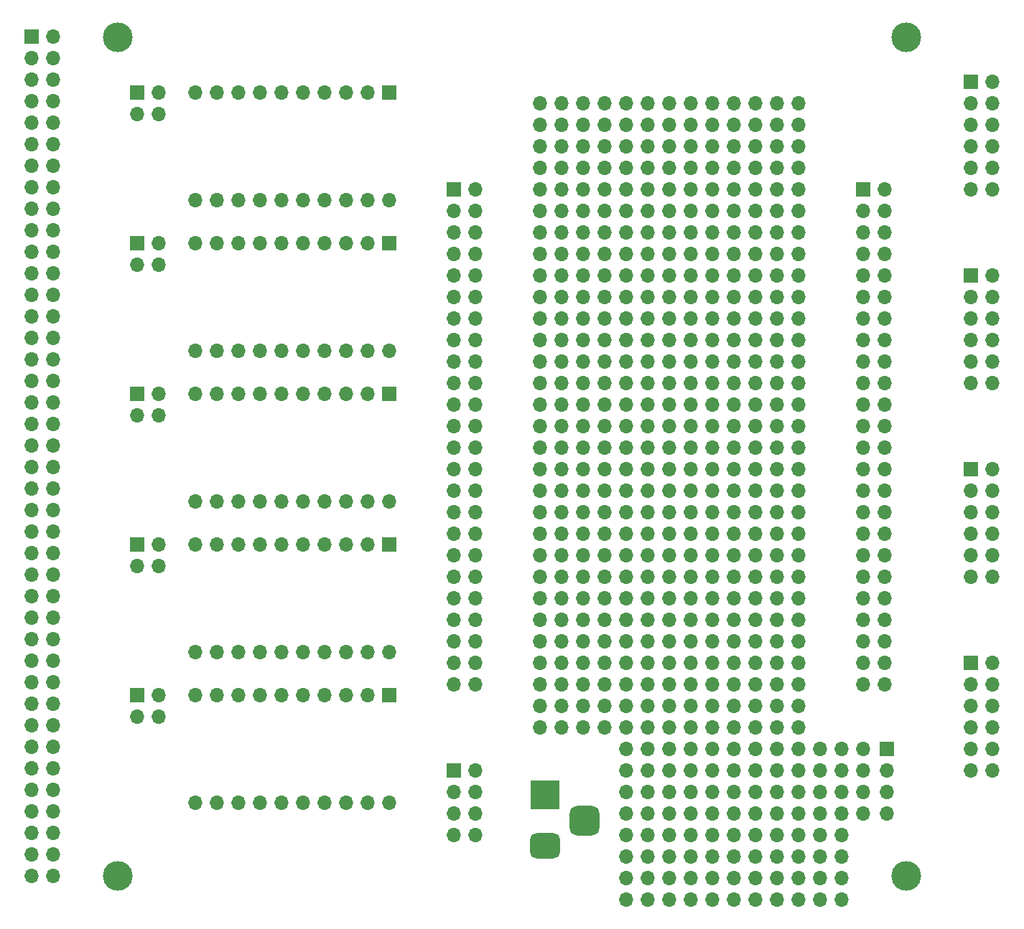
<source format=gbr>
%TF.GenerationSoftware,KiCad,Pcbnew,9.0.1-9.0.1-0~ubuntu24.04.1*%
%TF.CreationDate,2025-04-22T11:44:28+09:00*%
%TF.ProjectId,PSCE-TEST_Cyclone4_6k,50534345-2d54-4455-9354-5f4379636c6f,rev?*%
%TF.SameCoordinates,Original*%
%TF.FileFunction,Soldermask,Bot*%
%TF.FilePolarity,Negative*%
%FSLAX46Y46*%
G04 Gerber Fmt 4.6, Leading zero omitted, Abs format (unit mm)*
G04 Created by KiCad (PCBNEW 9.0.1-9.0.1-0~ubuntu24.04.1) date 2025-04-22 11:44:28*
%MOMM*%
%LPD*%
G01*
G04 APERTURE LIST*
G04 Aperture macros list*
%AMRoundRect*
0 Rectangle with rounded corners*
0 $1 Rounding radius*
0 $2 $3 $4 $5 $6 $7 $8 $9 X,Y pos of 4 corners*
0 Add a 4 corners polygon primitive as box body*
4,1,4,$2,$3,$4,$5,$6,$7,$8,$9,$2,$3,0*
0 Add four circle primitives for the rounded corners*
1,1,$1+$1,$2,$3*
1,1,$1+$1,$4,$5*
1,1,$1+$1,$6,$7*
1,1,$1+$1,$8,$9*
0 Add four rect primitives between the rounded corners*
20,1,$1+$1,$2,$3,$4,$5,0*
20,1,$1+$1,$4,$5,$6,$7,0*
20,1,$1+$1,$6,$7,$8,$9,0*
20,1,$1+$1,$8,$9,$2,$3,0*%
G04 Aperture macros list end*
%ADD10O,1.700000X1.700000*%
%ADD11R,3.500000X3.500000*%
%ADD12RoundRect,0.750000X1.000000X-0.750000X1.000000X0.750000X-1.000000X0.750000X-1.000000X-0.750000X0*%
%ADD13RoundRect,0.875000X0.875000X-0.875000X0.875000X0.875000X-0.875000X0.875000X-0.875000X-0.875000X0*%
%ADD14R,1.700000X1.700000*%
%ADD15C,3.500000*%
G04 APERTURE END LIST*
D10*
%TO.C,*%
X175260000Y-127000000D03*
%TD*%
%TO.C,*%
X162560000Y-129540000D03*
%TD*%
%TO.C,*%
X160020000Y-111760000D03*
%TD*%
%TO.C,*%
X170180000Y-104140000D03*
%TD*%
D11*
%TO.C,J13*%
X147886500Y-134970000D03*
D12*
X147886500Y-140970000D03*
D13*
X152586500Y-137970000D03*
%TD*%
D10*
%TO.C,*%
X165100000Y-76200000D03*
%TD*%
%TO.C,*%
X175260000Y-86360000D03*
%TD*%
%TO.C,*%
X177800000Y-73660000D03*
%TD*%
%TO.C,*%
X162560000Y-139700000D03*
%TD*%
%TO.C,*%
X149860000Y-71120000D03*
%TD*%
D14*
%TO.C,J12*%
X137160000Y-132080000D03*
D10*
X139700000Y-132080000D03*
X137160000Y-134620000D03*
X139700000Y-134620000D03*
X137160000Y-137160000D03*
X139700000Y-137160000D03*
X137160000Y-139700000D03*
X139700000Y-139700000D03*
%TD*%
%TO.C,*%
X149860000Y-58420000D03*
%TD*%
%TO.C,*%
X175260000Y-60960000D03*
%TD*%
%TO.C,*%
X162560000Y-99060000D03*
%TD*%
%TO.C,*%
X182880000Y-137160000D03*
%TD*%
%TO.C,*%
X175260000Y-147320000D03*
%TD*%
D14*
%TO.C,J2*%
X99822000Y-69850000D03*
D10*
X102362000Y-69850000D03*
X99822000Y-72390000D03*
X102362000Y-72390000D03*
%TD*%
%TO.C,*%
X160020000Y-81280000D03*
%TD*%
%TO.C,*%
X182880000Y-129540000D03*
%TD*%
%TO.C,*%
X170180000Y-101600000D03*
%TD*%
%TO.C,*%
X172720000Y-63500000D03*
%TD*%
%TO.C,*%
X152400000Y-104140000D03*
%TD*%
%TO.C,*%
X157480000Y-88900000D03*
%TD*%
%TO.C,*%
X175260000Y-129540000D03*
%TD*%
%TO.C,*%
X162560000Y-81280000D03*
%TD*%
%TO.C,*%
X172720000Y-76200000D03*
%TD*%
%TO.C,*%
X162560000Y-58420000D03*
%TD*%
%TO.C,*%
X152400000Y-55880000D03*
%TD*%
%TO.C,*%
X157480000Y-93980000D03*
%TD*%
%TO.C,*%
X182880000Y-142240000D03*
%TD*%
%TO.C,*%
X167640000Y-137160000D03*
%TD*%
%TO.C,*%
X154940000Y-53340000D03*
%TD*%
%TO.C,*%
X147320000Y-119380000D03*
%TD*%
%TO.C,*%
X175260000Y-137160000D03*
%TD*%
%TO.C,*%
X152400000Y-119380000D03*
%TD*%
%TO.C,*%
X160020000Y-60960000D03*
%TD*%
%TO.C,*%
X167640000Y-93980000D03*
%TD*%
%TO.C,*%
X167640000Y-68580000D03*
%TD*%
%TO.C,*%
X172720000Y-83820000D03*
%TD*%
%TO.C,*%
X160020000Y-121920000D03*
%TD*%
%TO.C,*%
X165100000Y-129540000D03*
%TD*%
%TO.C,*%
X175260000Y-78740000D03*
%TD*%
%TO.C,*%
X152400000Y-73660000D03*
%TD*%
%TO.C,*%
X162560000Y-114300000D03*
%TD*%
D14*
%TO.C,J4*%
X99822000Y-105410000D03*
D10*
X102362000Y-105410000D03*
X99822000Y-107950000D03*
X102362000Y-107950000D03*
%TD*%
%TO.C,*%
X165100000Y-104140000D03*
%TD*%
%TO.C,*%
X165100000Y-55880000D03*
%TD*%
%TO.C,*%
X175260000Y-73660000D03*
%TD*%
%TO.C,*%
X160020000Y-106680000D03*
%TD*%
%TO.C,*%
X177800000Y-111760000D03*
%TD*%
%TO.C,*%
X167640000Y-53340000D03*
%TD*%
%TO.C,*%
X175260000Y-121920000D03*
%TD*%
%TO.C,*%
X162560000Y-116840000D03*
%TD*%
%TO.C,*%
X175260000Y-58420000D03*
%TD*%
%TO.C,*%
X154940000Y-127000000D03*
%TD*%
%TO.C,*%
X172720000Y-93980000D03*
%TD*%
%TO.C,*%
X147320000Y-127000000D03*
%TD*%
%TO.C,*%
X154940000Y-109220000D03*
%TD*%
%TO.C,*%
X170180000Y-132080000D03*
%TD*%
%TO.C,*%
X149860000Y-53340000D03*
%TD*%
%TO.C,*%
X157480000Y-119380000D03*
%TD*%
%TO.C,*%
X177800000Y-144780000D03*
%TD*%
%TO.C,*%
X162560000Y-88900000D03*
%TD*%
%TO.C,*%
X180340000Y-134620000D03*
%TD*%
%TO.C,*%
X175260000Y-55880000D03*
%TD*%
%TO.C,*%
X167640000Y-121920000D03*
%TD*%
D14*
%TO.C,U1*%
X129540000Y-52045000D03*
D10*
X127000000Y-52045000D03*
X124460000Y-52045000D03*
X121920000Y-52045000D03*
X119380000Y-52045000D03*
X116840000Y-52045000D03*
X114300000Y-52045000D03*
X111760000Y-52045000D03*
X109220000Y-52045000D03*
X106680000Y-52045000D03*
X106680000Y-64745000D03*
X109220000Y-64745000D03*
X111760000Y-64745000D03*
X114300000Y-64745000D03*
X116840000Y-64745000D03*
X119380000Y-64745000D03*
X121920000Y-64745000D03*
X124460000Y-64745000D03*
X127000000Y-64745000D03*
X129540000Y-64745000D03*
%TD*%
%TO.C,*%
X165100000Y-68580000D03*
%TD*%
%TO.C,*%
X149860000Y-106680000D03*
%TD*%
%TO.C,*%
X149860000Y-88900000D03*
%TD*%
%TO.C,*%
X165100000Y-73660000D03*
%TD*%
D14*
%TO.C,U2*%
X129540000Y-69825000D03*
D10*
X127000000Y-69825000D03*
X124460000Y-69825000D03*
X121920000Y-69825000D03*
X119380000Y-69825000D03*
X116840000Y-69825000D03*
X114300000Y-69825000D03*
X111760000Y-69825000D03*
X109220000Y-69825000D03*
X106680000Y-69825000D03*
X106680000Y-82525000D03*
X109220000Y-82525000D03*
X111760000Y-82525000D03*
X114300000Y-82525000D03*
X116840000Y-82525000D03*
X119380000Y-82525000D03*
X121920000Y-82525000D03*
X124460000Y-82525000D03*
X127000000Y-82525000D03*
X129540000Y-82525000D03*
%TD*%
%TO.C,*%
X157480000Y-124460000D03*
%TD*%
%TO.C,*%
X165100000Y-119380000D03*
%TD*%
%TO.C,*%
X154940000Y-76200000D03*
%TD*%
%TO.C,*%
X162560000Y-134620000D03*
%TD*%
%TO.C,*%
X154940000Y-93980000D03*
%TD*%
%TO.C,*%
X152400000Y-81280000D03*
%TD*%
D14*
%TO.C,U5*%
X129540000Y-123165000D03*
D10*
X127000000Y-123165000D03*
X124460000Y-123165000D03*
X121920000Y-123165000D03*
X119380000Y-123165000D03*
X116840000Y-123165000D03*
X114300000Y-123165000D03*
X111760000Y-123165000D03*
X109220000Y-123165000D03*
X106680000Y-123165000D03*
X106680000Y-135865000D03*
X109220000Y-135865000D03*
X111760000Y-135865000D03*
X114300000Y-135865000D03*
X116840000Y-135865000D03*
X119380000Y-135865000D03*
X121920000Y-135865000D03*
X124460000Y-135865000D03*
X127000000Y-135865000D03*
X129540000Y-135865000D03*
%TD*%
%TO.C,*%
X175260000Y-66040000D03*
%TD*%
%TO.C,*%
X177800000Y-114300000D03*
%TD*%
%TO.C,*%
X170180000Y-66040000D03*
%TD*%
%TO.C,*%
X167640000Y-124460000D03*
%TD*%
%TO.C,*%
X170180000Y-99060000D03*
%TD*%
%TO.C,*%
X152400000Y-68580000D03*
%TD*%
%TO.C,*%
X149860000Y-66040000D03*
%TD*%
%TO.C,*%
X152400000Y-88900000D03*
%TD*%
%TO.C,*%
X154940000Y-116840000D03*
%TD*%
%TO.C,*%
X160020000Y-71120000D03*
%TD*%
%TO.C,*%
X160020000Y-116840000D03*
%TD*%
%TO.C,*%
X160020000Y-88900000D03*
%TD*%
%TO.C,*%
X152400000Y-60960000D03*
%TD*%
%TO.C,*%
X157480000Y-71120000D03*
%TD*%
%TO.C,*%
X160020000Y-101600000D03*
%TD*%
%TO.C,*%
X157480000Y-101600000D03*
%TD*%
%TO.C,*%
X172720000Y-81280000D03*
%TD*%
%TO.C,*%
X160020000Y-55880000D03*
%TD*%
%TO.C,*%
X167640000Y-78740000D03*
%TD*%
%TO.C,*%
X185420000Y-132080000D03*
%TD*%
%TO.C,*%
X182880000Y-139700000D03*
%TD*%
%TO.C,*%
X149860000Y-60960000D03*
%TD*%
%TO.C,*%
X162560000Y-63500000D03*
%TD*%
%TO.C,*%
X177800000Y-76200000D03*
%TD*%
%TO.C,*%
X165100000Y-114300000D03*
%TD*%
%TO.C,*%
X165100000Y-124460000D03*
%TD*%
%TO.C,*%
X180340000Y-144780000D03*
%TD*%
%TO.C,*%
X180340000Y-142240000D03*
%TD*%
%TO.C,*%
X165100000Y-53340000D03*
%TD*%
%TO.C,*%
X152400000Y-124460000D03*
%TD*%
%TO.C,*%
X170180000Y-137160000D03*
%TD*%
%TO.C,*%
X147320000Y-93980000D03*
%TD*%
%TO.C,*%
X175260000Y-114300000D03*
%TD*%
%TO.C,*%
X167640000Y-55880000D03*
%TD*%
%TO.C,*%
X177800000Y-93980000D03*
%TD*%
%TO.C,*%
X172720000Y-86360000D03*
%TD*%
%TO.C,*%
X157480000Y-111760000D03*
%TD*%
%TO.C,*%
X177800000Y-116840000D03*
%TD*%
%TO.C,*%
X165100000Y-91440000D03*
%TD*%
%TO.C,*%
X177800000Y-121920000D03*
%TD*%
%TO.C,*%
X170180000Y-53340000D03*
%TD*%
%TO.C,*%
X157480000Y-96520000D03*
%TD*%
%TO.C,*%
X162560000Y-101600000D03*
%TD*%
%TO.C,*%
X160020000Y-93980000D03*
%TD*%
%TO.C,*%
X149860000Y-96520000D03*
%TD*%
%TO.C,*%
X167640000Y-58420000D03*
%TD*%
%TO.C,*%
X175260000Y-139700000D03*
%TD*%
%TO.C,*%
X147320000Y-78740000D03*
%TD*%
%TO.C,*%
X165100000Y-139700000D03*
%TD*%
%TO.C,*%
X162560000Y-127000000D03*
%TD*%
%TO.C,*%
X177800000Y-104140000D03*
%TD*%
%TO.C,*%
X162560000Y-83820000D03*
%TD*%
%TO.C,*%
X149860000Y-99060000D03*
%TD*%
%TO.C,*%
X162560000Y-53340000D03*
%TD*%
%TO.C,*%
X185420000Y-129540000D03*
%TD*%
%TO.C,*%
X157480000Y-58420000D03*
%TD*%
%TO.C,*%
X149860000Y-55880000D03*
%TD*%
%TO.C,*%
X170180000Y-68580000D03*
%TD*%
%TO.C,*%
X172720000Y-137160000D03*
%TD*%
%TO.C,*%
X154940000Y-106680000D03*
%TD*%
%TO.C,*%
X172720000Y-53340000D03*
%TD*%
%TO.C,*%
X147320000Y-109220000D03*
%TD*%
%TO.C,*%
X177800000Y-129540000D03*
%TD*%
%TO.C,*%
X170180000Y-76200000D03*
%TD*%
%TO.C,*%
X167640000Y-66040000D03*
%TD*%
%TO.C,*%
X170180000Y-73660000D03*
%TD*%
%TO.C,*%
X170180000Y-86360000D03*
%TD*%
%TO.C,*%
X175260000Y-101600000D03*
%TD*%
%TO.C,*%
X149860000Y-76200000D03*
%TD*%
%TO.C,*%
X147320000Y-63500000D03*
%TD*%
%TO.C,*%
X147320000Y-73660000D03*
%TD*%
%TO.C,*%
X175260000Y-144780000D03*
%TD*%
%TO.C,*%
X165100000Y-86360000D03*
%TD*%
%TO.C,*%
X160020000Y-137160000D03*
%TD*%
%TO.C,*%
X160020000Y-63500000D03*
%TD*%
%TO.C,*%
X165100000Y-142240000D03*
%TD*%
%TO.C,*%
X162560000Y-73660000D03*
%TD*%
%TO.C,*%
X160020000Y-132080000D03*
%TD*%
%TO.C,*%
X157480000Y-144780000D03*
%TD*%
%TO.C,*%
X160020000Y-68580000D03*
%TD*%
%TO.C,*%
X170180000Y-127000000D03*
%TD*%
%TO.C,*%
X160020000Y-139700000D03*
%TD*%
%TO.C,*%
X152400000Y-58420000D03*
%TD*%
%TO.C,*%
X177800000Y-60960000D03*
%TD*%
%TO.C,*%
X157480000Y-68580000D03*
%TD*%
%TO.C,*%
X177800000Y-53340000D03*
%TD*%
%TO.C,*%
X180340000Y-147320000D03*
%TD*%
%TO.C,*%
X152400000Y-109220000D03*
%TD*%
%TO.C,*%
X152400000Y-101600000D03*
%TD*%
%TO.C,*%
X147320000Y-101600000D03*
%TD*%
%TO.C,*%
X157480000Y-66040000D03*
%TD*%
%TO.C,*%
X180340000Y-132080000D03*
%TD*%
%TO.C,*%
X147320000Y-55880000D03*
%TD*%
%TO.C,*%
X175260000Y-91440000D03*
%TD*%
%TO.C,*%
X177800000Y-58420000D03*
%TD*%
%TO.C,*%
X175260000Y-134620000D03*
%TD*%
%TO.C,*%
X167640000Y-134620000D03*
%TD*%
%TO.C,*%
X167640000Y-96520000D03*
%TD*%
%TO.C,*%
X170180000Y-124460000D03*
%TD*%
%TO.C,*%
X170180000Y-114300000D03*
%TD*%
%TO.C,*%
X147320000Y-68580000D03*
%TD*%
%TO.C,*%
X154940000Y-78740000D03*
%TD*%
%TO.C,*%
X172720000Y-109220000D03*
%TD*%
%TO.C,*%
X147320000Y-121920000D03*
%TD*%
%TO.C,*%
X177800000Y-96520000D03*
%TD*%
%TO.C,*%
X175260000Y-81280000D03*
%TD*%
%TO.C,*%
X160020000Y-76200000D03*
%TD*%
%TO.C,*%
X165100000Y-81280000D03*
%TD*%
%TO.C,*%
X165100000Y-121920000D03*
%TD*%
%TO.C,*%
X154940000Y-66040000D03*
%TD*%
%TO.C,*%
X147320000Y-96520000D03*
%TD*%
%TO.C,*%
X175260000Y-76200000D03*
%TD*%
%TO.C,*%
X167640000Y-147320000D03*
%TD*%
%TO.C,*%
X149860000Y-121920000D03*
%TD*%
%TO.C,*%
X157480000Y-78740000D03*
%TD*%
%TO.C,*%
X152400000Y-121920000D03*
%TD*%
%TO.C,*%
X177800000Y-68580000D03*
%TD*%
%TO.C,*%
X175260000Y-116840000D03*
%TD*%
%TO.C,*%
X170180000Y-63500000D03*
%TD*%
%TO.C,*%
X157480000Y-109220000D03*
%TD*%
%TO.C,*%
X160020000Y-73660000D03*
%TD*%
%TO.C,*%
X175260000Y-68580000D03*
%TD*%
%TO.C,*%
X170180000Y-96520000D03*
%TD*%
%TO.C,*%
X149860000Y-116840000D03*
%TD*%
%TO.C,*%
X177800000Y-99060000D03*
%TD*%
%TO.C,*%
X152400000Y-76200000D03*
%TD*%
%TO.C,*%
X175260000Y-142240000D03*
%TD*%
%TO.C,*%
X149860000Y-83820000D03*
%TD*%
D14*
%TO.C,JA1*%
X198120000Y-50800000D03*
D10*
X200660000Y-50800000D03*
X198120000Y-53340000D03*
X200660000Y-53340000D03*
X198120000Y-55880000D03*
X200660000Y-55880000D03*
X198120000Y-58420000D03*
X200660000Y-58420000D03*
X198120000Y-60960000D03*
X200660000Y-60960000D03*
X198120000Y-63500000D03*
X200660000Y-63500000D03*
%TD*%
%TO.C,*%
X177800000Y-139700000D03*
%TD*%
%TO.C,*%
X152400000Y-53340000D03*
%TD*%
%TO.C,*%
X167640000Y-106680000D03*
%TD*%
%TO.C,*%
X149860000Y-101600000D03*
%TD*%
%TO.C,*%
X170180000Y-121920000D03*
%TD*%
%TO.C,*%
X165100000Y-101600000D03*
%TD*%
%TO.C,*%
X177800000Y-91440000D03*
%TD*%
%TO.C,*%
X172720000Y-88900000D03*
%TD*%
%TO.C,*%
X185420000Y-137160000D03*
%TD*%
%TO.C,*%
X154940000Y-58420000D03*
%TD*%
%TO.C,*%
X160020000Y-127000000D03*
%TD*%
%TO.C,*%
X162560000Y-119380000D03*
%TD*%
%TO.C,*%
X165100000Y-66040000D03*
%TD*%
%TO.C,*%
X157480000Y-55880000D03*
%TD*%
%TO.C,*%
X167640000Y-71120000D03*
%TD*%
%TO.C,*%
X165100000Y-147320000D03*
%TD*%
%TO.C,*%
X177800000Y-142240000D03*
%TD*%
%TO.C,*%
X160020000Y-142240000D03*
%TD*%
%TO.C,*%
X147320000Y-91440000D03*
%TD*%
D14*
%TO.C,J8*%
X185420000Y-63500000D03*
D10*
X187960000Y-63500000D03*
X185420000Y-66040000D03*
X187960000Y-66040000D03*
X185420000Y-68580000D03*
X187960000Y-68580000D03*
X185420000Y-71120000D03*
X187960000Y-71120000D03*
X185420000Y-73660000D03*
X187960000Y-73660000D03*
X185420000Y-76200000D03*
X187960000Y-76200000D03*
X185420000Y-78740000D03*
X187960000Y-78740000D03*
X185420000Y-81280000D03*
X187960000Y-81280000D03*
X185420000Y-83820000D03*
X187960000Y-83820000D03*
X185420000Y-86360000D03*
X187960000Y-86360000D03*
X185420000Y-88900000D03*
X187960000Y-88900000D03*
X185420000Y-91440000D03*
X187960000Y-91440000D03*
X185420000Y-93980000D03*
X187960000Y-93980000D03*
X185420000Y-96520000D03*
X187960000Y-96520000D03*
X185420000Y-99060000D03*
X187960000Y-99060000D03*
X185420000Y-101600000D03*
X187960000Y-101600000D03*
X185420000Y-104140000D03*
X187960000Y-104140000D03*
X185420000Y-106680000D03*
X187960000Y-106680000D03*
X185420000Y-109220000D03*
X187960000Y-109220000D03*
X185420000Y-111760000D03*
X187960000Y-111760000D03*
X185420000Y-114300000D03*
X187960000Y-114300000D03*
X185420000Y-116840000D03*
X187960000Y-116840000D03*
X185420000Y-119380000D03*
X187960000Y-119380000D03*
X185420000Y-121920000D03*
X187960000Y-121920000D03*
%TD*%
%TO.C,*%
X154940000Y-86360000D03*
%TD*%
%TO.C,*%
X175260000Y-93980000D03*
%TD*%
%TO.C,*%
X172720000Y-71120000D03*
%TD*%
%TO.C,*%
X152400000Y-106680000D03*
%TD*%
%TO.C,*%
X177800000Y-71120000D03*
%TD*%
%TO.C,*%
X157480000Y-121920000D03*
%TD*%
%TO.C,*%
X152400000Y-99060000D03*
%TD*%
%TO.C,*%
X172720000Y-111760000D03*
%TD*%
%TO.C,*%
X154940000Y-104140000D03*
%TD*%
%TO.C,*%
X160020000Y-99060000D03*
%TD*%
%TO.C,*%
X154940000Y-68580000D03*
%TD*%
%TO.C,*%
X177800000Y-81280000D03*
%TD*%
%TO.C,*%
X165100000Y-127000000D03*
%TD*%
%TO.C,*%
X160020000Y-114300000D03*
%TD*%
%TO.C,*%
X152400000Y-78740000D03*
%TD*%
%TO.C,*%
X172720000Y-116840000D03*
%TD*%
%TO.C,*%
X157480000Y-142240000D03*
%TD*%
%TO.C,*%
X154940000Y-101600000D03*
%TD*%
%TO.C,*%
X154940000Y-124460000D03*
%TD*%
%TO.C,*%
X160020000Y-83820000D03*
%TD*%
%TO.C,*%
X162560000Y-144780000D03*
%TD*%
%TO.C,*%
X170180000Y-71120000D03*
%TD*%
%TO.C,*%
X165100000Y-109220000D03*
%TD*%
%TO.C,*%
X175260000Y-53340000D03*
%TD*%
%TO.C,*%
X170180000Y-81280000D03*
%TD*%
%TO.C,*%
X160020000Y-119380000D03*
%TD*%
%TO.C,*%
X162560000Y-147320000D03*
%TD*%
%TO.C,*%
X147320000Y-83820000D03*
%TD*%
D14*
%TO.C,U4*%
X129540000Y-105385000D03*
D10*
X127000000Y-105385000D03*
X124460000Y-105385000D03*
X121920000Y-105385000D03*
X119380000Y-105385000D03*
X116840000Y-105385000D03*
X114300000Y-105385000D03*
X111760000Y-105385000D03*
X109220000Y-105385000D03*
X106680000Y-105385000D03*
X106680000Y-118085000D03*
X109220000Y-118085000D03*
X111760000Y-118085000D03*
X114300000Y-118085000D03*
X116840000Y-118085000D03*
X119380000Y-118085000D03*
X121920000Y-118085000D03*
X124460000Y-118085000D03*
X127000000Y-118085000D03*
X129540000Y-118085000D03*
%TD*%
%TO.C,*%
X154940000Y-111760000D03*
%TD*%
%TO.C,*%
X149860000Y-63500000D03*
%TD*%
%TO.C,*%
X157480000Y-134620000D03*
%TD*%
%TO.C,*%
X165100000Y-106680000D03*
%TD*%
%TO.C,*%
X160020000Y-86360000D03*
%TD*%
%TO.C,*%
X167640000Y-116840000D03*
%TD*%
%TO.C,*%
X165100000Y-116840000D03*
%TD*%
%TO.C,*%
X162560000Y-60960000D03*
%TD*%
%TO.C,*%
X162560000Y-76200000D03*
%TD*%
D14*
%TO.C,J1*%
X99822000Y-52070000D03*
D10*
X102362000Y-52070000D03*
X99822000Y-54610000D03*
X102362000Y-54610000D03*
%TD*%
%TO.C,*%
X172720000Y-91440000D03*
%TD*%
%TO.C,*%
X149860000Y-81280000D03*
%TD*%
%TO.C,*%
X170180000Y-144780000D03*
%TD*%
%TO.C,*%
X147320000Y-106680000D03*
%TD*%
%TO.C,*%
X160020000Y-91440000D03*
%TD*%
D14*
%TO.C,J10*%
X188214000Y-129540000D03*
D10*
X188214000Y-132080000D03*
X188214000Y-134620000D03*
X188214000Y-137160000D03*
%TD*%
%TO.C,*%
X170180000Y-109220000D03*
%TD*%
%TO.C,*%
X160020000Y-96520000D03*
%TD*%
%TO.C,*%
X149860000Y-91440000D03*
%TD*%
%TO.C,*%
X172720000Y-119380000D03*
%TD*%
%TO.C,*%
X162560000Y-106680000D03*
%TD*%
%TO.C,*%
X172720000Y-134620000D03*
%TD*%
%TO.C,*%
X172720000Y-139700000D03*
%TD*%
%TO.C,*%
X160020000Y-109220000D03*
%TD*%
%TO.C,*%
X172720000Y-101600000D03*
%TD*%
%TO.C,*%
X154940000Y-88900000D03*
%TD*%
%TO.C,*%
X157480000Y-132080000D03*
%TD*%
%TO.C,*%
X162560000Y-66040000D03*
%TD*%
%TO.C,*%
X162560000Y-111760000D03*
%TD*%
%TO.C,*%
X154940000Y-55880000D03*
%TD*%
%TO.C,*%
X157480000Y-99060000D03*
%TD*%
%TO.C,*%
X162560000Y-86360000D03*
%TD*%
%TO.C,*%
X157480000Y-114300000D03*
%TD*%
%TO.C,*%
X154940000Y-63500000D03*
%TD*%
%TO.C,*%
X157480000Y-63500000D03*
%TD*%
%TO.C,*%
X149860000Y-93980000D03*
%TD*%
%TO.C,*%
X170180000Y-58420000D03*
%TD*%
%TO.C,*%
X162560000Y-142240000D03*
%TD*%
%TO.C,*%
X172720000Y-78740000D03*
%TD*%
%TO.C,*%
X177800000Y-55880000D03*
%TD*%
%TO.C,*%
X167640000Y-104140000D03*
%TD*%
%TO.C,*%
X165100000Y-88900000D03*
%TD*%
%TO.C,*%
X175260000Y-63500000D03*
%TD*%
D14*
%TO.C,JC1*%
X198120000Y-96520000D03*
D10*
X200660000Y-96520000D03*
X198120000Y-99060000D03*
X200660000Y-99060000D03*
X198120000Y-101600000D03*
X200660000Y-101600000D03*
X198120000Y-104140000D03*
X200660000Y-104140000D03*
X198120000Y-106680000D03*
X200660000Y-106680000D03*
X198120000Y-109220000D03*
X200660000Y-109220000D03*
%TD*%
%TO.C,*%
X170180000Y-119380000D03*
%TD*%
%TO.C,*%
X157480000Y-127000000D03*
%TD*%
%TO.C,*%
X177800000Y-132080000D03*
%TD*%
%TO.C,*%
X162560000Y-55880000D03*
%TD*%
%TO.C,*%
X152400000Y-91440000D03*
%TD*%
%TO.C,*%
X180340000Y-137160000D03*
%TD*%
%TO.C,*%
X170180000Y-147320000D03*
%TD*%
%TO.C,*%
X154940000Y-91440000D03*
%TD*%
%TO.C,*%
X167640000Y-99060000D03*
%TD*%
%TO.C,*%
X177800000Y-119380000D03*
%TD*%
%TO.C,*%
X147320000Y-58420000D03*
%TD*%
%TO.C,*%
X177800000Y-83820000D03*
%TD*%
%TO.C,*%
X162560000Y-91440000D03*
%TD*%
%TO.C,*%
X154940000Y-81280000D03*
%TD*%
%TO.C,*%
X149860000Y-111760000D03*
%TD*%
%TO.C,*%
X162560000Y-137160000D03*
%TD*%
%TO.C,*%
X157480000Y-139700000D03*
%TD*%
%TO.C,*%
X149860000Y-124460000D03*
%TD*%
%TO.C,*%
X154940000Y-83820000D03*
%TD*%
%TO.C,*%
X160020000Y-144780000D03*
%TD*%
%TO.C,*%
X165100000Y-60960000D03*
%TD*%
%TO.C,*%
X147320000Y-53340000D03*
%TD*%
%TO.C,*%
X182880000Y-144780000D03*
%TD*%
%TO.C,*%
X167640000Y-109220000D03*
%TD*%
%TO.C,*%
X167640000Y-129540000D03*
%TD*%
D14*
%TO.C,J3*%
X99822000Y-87630000D03*
D10*
X102362000Y-87630000D03*
X99822000Y-90170000D03*
X102362000Y-90170000D03*
%TD*%
%TO.C,*%
X175260000Y-111760000D03*
%TD*%
%TO.C,*%
X172720000Y-142240000D03*
%TD*%
%TO.C,*%
X152400000Y-96520000D03*
%TD*%
%TO.C,*%
X160020000Y-66040000D03*
%TD*%
%TO.C,*%
X175260000Y-119380000D03*
%TD*%
%TO.C,*%
X177800000Y-134620000D03*
%TD*%
%TO.C,*%
X180340000Y-139700000D03*
%TD*%
%TO.C,*%
X185420000Y-134620000D03*
%TD*%
%TO.C,*%
X175260000Y-83820000D03*
%TD*%
%TO.C,*%
X177800000Y-63500000D03*
%TD*%
%TO.C,*%
X160020000Y-104140000D03*
%TD*%
%TO.C,*%
X172720000Y-147320000D03*
%TD*%
D14*
%TO.C,JD1*%
X198120000Y-119380000D03*
D10*
X200660000Y-119380000D03*
X198120000Y-121920000D03*
X200660000Y-121920000D03*
X198120000Y-124460000D03*
X200660000Y-124460000D03*
X198120000Y-127000000D03*
X200660000Y-127000000D03*
X198120000Y-129540000D03*
X200660000Y-129540000D03*
X198120000Y-132080000D03*
X200660000Y-132080000D03*
%TD*%
%TO.C,*%
X172720000Y-60960000D03*
%TD*%
%TO.C,*%
X162560000Y-124460000D03*
%TD*%
%TO.C,*%
X149860000Y-104140000D03*
%TD*%
%TO.C,*%
X165100000Y-71120000D03*
%TD*%
%TO.C,*%
X172720000Y-127000000D03*
%TD*%
%TO.C,*%
X172720000Y-96520000D03*
%TD*%
%TO.C,*%
X154940000Y-119380000D03*
%TD*%
%TO.C,*%
X172720000Y-68580000D03*
%TD*%
%TO.C,*%
X149860000Y-78740000D03*
%TD*%
%TO.C,*%
X170180000Y-134620000D03*
%TD*%
%TO.C,*%
X147320000Y-86360000D03*
%TD*%
%TO.C,*%
X167640000Y-142240000D03*
%TD*%
%TO.C,*%
X157480000Y-53340000D03*
%TD*%
%TO.C,*%
X147320000Y-88900000D03*
%TD*%
%TO.C,*%
X167640000Y-88900000D03*
%TD*%
%TO.C,*%
X167640000Y-139700000D03*
%TD*%
%TO.C,*%
X157480000Y-106680000D03*
%TD*%
%TO.C,*%
X162560000Y-78740000D03*
%TD*%
%TO.C,*%
X172720000Y-114300000D03*
%TD*%
%TO.C,*%
X157480000Y-147320000D03*
%TD*%
%TO.C,*%
X157480000Y-116840000D03*
%TD*%
%TO.C,*%
X175260000Y-88900000D03*
%TD*%
%TO.C,*%
X157480000Y-76200000D03*
%TD*%
%TO.C,*%
X149860000Y-114300000D03*
%TD*%
%TO.C,*%
X172720000Y-73660000D03*
%TD*%
D14*
%TO.C,U3*%
X129540000Y-87605000D03*
D10*
X127000000Y-87605000D03*
X124460000Y-87605000D03*
X121920000Y-87605000D03*
X119380000Y-87605000D03*
X116840000Y-87605000D03*
X114300000Y-87605000D03*
X111760000Y-87605000D03*
X109220000Y-87605000D03*
X106680000Y-87605000D03*
X106680000Y-100305000D03*
X109220000Y-100305000D03*
X111760000Y-100305000D03*
X114300000Y-100305000D03*
X116840000Y-100305000D03*
X119380000Y-100305000D03*
X121920000Y-100305000D03*
X124460000Y-100305000D03*
X127000000Y-100305000D03*
X129540000Y-100305000D03*
%TD*%
%TO.C,*%
X172720000Y-132080000D03*
%TD*%
%TO.C,*%
X177800000Y-127000000D03*
%TD*%
%TO.C,*%
X160020000Y-58420000D03*
%TD*%
%TO.C,*%
X149860000Y-109220000D03*
%TD*%
%TO.C,*%
X170180000Y-106680000D03*
%TD*%
%TO.C,*%
X177800000Y-137160000D03*
%TD*%
%TO.C,*%
X170180000Y-88900000D03*
%TD*%
%TO.C,*%
X167640000Y-127000000D03*
%TD*%
%TO.C,*%
X182880000Y-134620000D03*
%TD*%
%TO.C,*%
X175260000Y-132080000D03*
%TD*%
%TO.C,*%
X175260000Y-124460000D03*
%TD*%
%TO.C,*%
X162560000Y-121920000D03*
%TD*%
%TO.C,*%
X149860000Y-127000000D03*
%TD*%
%TO.C,*%
X162560000Y-71120000D03*
%TD*%
%TO.C,*%
X147320000Y-124460000D03*
%TD*%
%TO.C,*%
X157480000Y-91440000D03*
%TD*%
%TO.C,*%
X147320000Y-76200000D03*
%TD*%
%TO.C,*%
X167640000Y-76200000D03*
%TD*%
%TO.C,*%
X152400000Y-93980000D03*
%TD*%
%TO.C,*%
X147320000Y-60960000D03*
%TD*%
%TO.C,*%
X152400000Y-63500000D03*
%TD*%
%TO.C,*%
X170180000Y-55880000D03*
%TD*%
%TO.C,*%
X154940000Y-121920000D03*
%TD*%
%TO.C,*%
X157480000Y-129540000D03*
%TD*%
%TO.C,*%
X165100000Y-83820000D03*
%TD*%
%TO.C,*%
X170180000Y-60960000D03*
%TD*%
%TO.C,*%
X170180000Y-78740000D03*
%TD*%
%TO.C,*%
X152400000Y-127000000D03*
%TD*%
%TO.C,*%
X172720000Y-58420000D03*
%TD*%
%TO.C,*%
X172720000Y-55880000D03*
%TD*%
%TO.C,*%
X165100000Y-137160000D03*
%TD*%
%TO.C,*%
X162560000Y-104140000D03*
%TD*%
%TO.C,*%
X175260000Y-96520000D03*
%TD*%
%TO.C,*%
X177800000Y-124460000D03*
%TD*%
%TO.C,*%
X167640000Y-111760000D03*
%TD*%
%TO.C,*%
X167640000Y-73660000D03*
%TD*%
%TO.C,*%
X165100000Y-99060000D03*
%TD*%
%TO.C,*%
X177800000Y-109220000D03*
%TD*%
%TO.C,*%
X170180000Y-139700000D03*
%TD*%
%TO.C,*%
X165100000Y-63500000D03*
%TD*%
%TO.C,*%
X175260000Y-109220000D03*
%TD*%
%TO.C,*%
X147320000Y-111760000D03*
%TD*%
%TO.C,*%
X177800000Y-78740000D03*
%TD*%
%TO.C,*%
X172720000Y-99060000D03*
%TD*%
%TO.C,*%
X154940000Y-114300000D03*
%TD*%
%TO.C,*%
X147320000Y-99060000D03*
%TD*%
%TO.C,*%
X160020000Y-78740000D03*
%TD*%
%TO.C,*%
X172720000Y-106680000D03*
%TD*%
%TO.C,*%
X157480000Y-137160000D03*
%TD*%
%TO.C,*%
X170180000Y-93980000D03*
%TD*%
%TO.C,*%
X157480000Y-86360000D03*
%TD*%
%TO.C,*%
X172720000Y-144780000D03*
%TD*%
%TO.C,*%
X162560000Y-68580000D03*
%TD*%
%TO.C,*%
X154940000Y-71120000D03*
%TD*%
%TO.C,*%
X177800000Y-147320000D03*
%TD*%
D14*
%TO.C,J5*%
X99822000Y-123190000D03*
D10*
X102362000Y-123190000D03*
X99822000Y-125730000D03*
X102362000Y-125730000D03*
%TD*%
%TO.C,*%
X167640000Y-83820000D03*
%TD*%
%TO.C,*%
X170180000Y-142240000D03*
%TD*%
%TO.C,*%
X160020000Y-134620000D03*
%TD*%
%TO.C,*%
X172720000Y-129540000D03*
%TD*%
%TO.C,*%
X152400000Y-111760000D03*
%TD*%
%TO.C,*%
X167640000Y-86360000D03*
%TD*%
%TO.C,*%
X175260000Y-104140000D03*
%TD*%
%TO.C,*%
X165100000Y-78740000D03*
%TD*%
%TO.C,*%
X165100000Y-144780000D03*
%TD*%
%TO.C,*%
X149860000Y-119380000D03*
%TD*%
%TO.C,*%
X165100000Y-96520000D03*
%TD*%
%TO.C,*%
X177800000Y-86360000D03*
%TD*%
%TO.C,*%
X152400000Y-83820000D03*
%TD*%
%TO.C,*%
X165100000Y-93980000D03*
%TD*%
%TO.C,*%
X170180000Y-116840000D03*
%TD*%
%TO.C,*%
X165100000Y-58420000D03*
%TD*%
%TO.C,*%
X177800000Y-101600000D03*
%TD*%
%TO.C,*%
X154940000Y-60960000D03*
%TD*%
%TO.C,*%
X170180000Y-111760000D03*
%TD*%
%TO.C,*%
X180340000Y-129540000D03*
%TD*%
%TO.C,*%
X157480000Y-60960000D03*
%TD*%
%TO.C,*%
X175260000Y-106680000D03*
%TD*%
%TO.C,*%
X149860000Y-73660000D03*
%TD*%
%TO.C,*%
X167640000Y-114300000D03*
%TD*%
%TO.C,*%
X165100000Y-132080000D03*
%TD*%
%TO.C,*%
X167640000Y-60960000D03*
%TD*%
%TO.C,*%
X157480000Y-104140000D03*
%TD*%
D15*
%TO.C,H3*%
X97500000Y-144500000D03*
%TD*%
D10*
%TO.C,*%
X165100000Y-134620000D03*
%TD*%
%TO.C,*%
X152400000Y-114300000D03*
%TD*%
%TO.C,*%
X152400000Y-116840000D03*
%TD*%
D15*
%TO.C,H4*%
X190500000Y-144500000D03*
%TD*%
D14*
%TO.C,JB1*%
X198120000Y-73660000D03*
D10*
X200660000Y-73660000D03*
X198120000Y-76200000D03*
X200660000Y-76200000D03*
X198120000Y-78740000D03*
X200660000Y-78740000D03*
X198120000Y-81280000D03*
X200660000Y-81280000D03*
X198120000Y-83820000D03*
X200660000Y-83820000D03*
X198120000Y-86360000D03*
X200660000Y-86360000D03*
%TD*%
%TO.C,*%
X167640000Y-101600000D03*
%TD*%
%TO.C,*%
X152400000Y-66040000D03*
%TD*%
%TO.C,*%
X162560000Y-96520000D03*
%TD*%
%TO.C,*%
X170180000Y-83820000D03*
%TD*%
%TO.C,*%
X160020000Y-129540000D03*
%TD*%
%TO.C,*%
X154940000Y-96520000D03*
%TD*%
%TO.C,*%
X147320000Y-71120000D03*
%TD*%
%TO.C,*%
X162560000Y-132080000D03*
%TD*%
D15*
%TO.C,H2*%
X190500000Y-45500000D03*
%TD*%
D10*
%TO.C,*%
X147320000Y-81280000D03*
%TD*%
%TO.C,*%
X182880000Y-132080000D03*
%TD*%
%TO.C,*%
X165100000Y-111760000D03*
%TD*%
%TO.C,*%
X177800000Y-106680000D03*
%TD*%
%TO.C,*%
X160020000Y-147320000D03*
%TD*%
%TO.C,*%
X172720000Y-124460000D03*
%TD*%
%TO.C,*%
X167640000Y-144780000D03*
%TD*%
%TO.C,*%
X157480000Y-81280000D03*
%TD*%
D14*
%TO.C,J9*%
X137160000Y-63500000D03*
D10*
X139700000Y-63500000D03*
X137160000Y-66040000D03*
X139700000Y-66040000D03*
X137160000Y-68580000D03*
X139700000Y-68580000D03*
X137160000Y-71120000D03*
X139700000Y-71120000D03*
X137160000Y-73660000D03*
X139700000Y-73660000D03*
X137160000Y-76200000D03*
X139700000Y-76200000D03*
X137160000Y-78740000D03*
X139700000Y-78740000D03*
X137160000Y-81280000D03*
X139700000Y-81280000D03*
X137160000Y-83820000D03*
X139700000Y-83820000D03*
X137160000Y-86360000D03*
X139700000Y-86360000D03*
X137160000Y-88900000D03*
X139700000Y-88900000D03*
X137160000Y-91440000D03*
X139700000Y-91440000D03*
X137160000Y-93980000D03*
X139700000Y-93980000D03*
X137160000Y-96520000D03*
X139700000Y-96520000D03*
X137160000Y-99060000D03*
X139700000Y-99060000D03*
X137160000Y-101600000D03*
X139700000Y-101600000D03*
X137160000Y-104140000D03*
X139700000Y-104140000D03*
X137160000Y-106680000D03*
X139700000Y-106680000D03*
X137160000Y-109220000D03*
X139700000Y-109220000D03*
X137160000Y-111760000D03*
X139700000Y-111760000D03*
X137160000Y-114300000D03*
X139700000Y-114300000D03*
X137160000Y-116840000D03*
X139700000Y-116840000D03*
X137160000Y-119380000D03*
X139700000Y-119380000D03*
X137160000Y-121920000D03*
X139700000Y-121920000D03*
%TD*%
%TO.C,*%
X175260000Y-71120000D03*
%TD*%
%TO.C,*%
X167640000Y-119380000D03*
%TD*%
%TO.C,*%
X157480000Y-83820000D03*
%TD*%
%TO.C,*%
X152400000Y-71120000D03*
%TD*%
%TO.C,*%
X172720000Y-66040000D03*
%TD*%
%TO.C,*%
X154940000Y-99060000D03*
%TD*%
%TO.C,*%
X147320000Y-114300000D03*
%TD*%
%TO.C,*%
X177800000Y-66040000D03*
%TD*%
%TO.C,*%
X162560000Y-93980000D03*
%TD*%
%TO.C,*%
X160020000Y-53340000D03*
%TD*%
%TO.C,*%
X172720000Y-121920000D03*
%TD*%
%TO.C,*%
X157480000Y-73660000D03*
%TD*%
%TO.C,*%
X175260000Y-99060000D03*
%TD*%
D15*
%TO.C,H1*%
X97500000Y-45500000D03*
%TD*%
D10*
%TO.C,*%
X177800000Y-88900000D03*
%TD*%
%TO.C,*%
X167640000Y-81280000D03*
%TD*%
%TO.C,*%
X149860000Y-68580000D03*
%TD*%
%TO.C,*%
X152400000Y-86360000D03*
%TD*%
%TO.C,*%
X170180000Y-129540000D03*
%TD*%
%TO.C,*%
X170180000Y-91440000D03*
%TD*%
%TO.C,*%
X172720000Y-104140000D03*
%TD*%
%TO.C,*%
X167640000Y-91440000D03*
%TD*%
%TO.C,*%
X182880000Y-147320000D03*
%TD*%
%TO.C,*%
X149860000Y-86360000D03*
%TD*%
%TO.C,*%
X147320000Y-116840000D03*
%TD*%
%TO.C,*%
X147320000Y-104140000D03*
%TD*%
D14*
%TO.C,J6*%
X87376000Y-45466000D03*
D10*
X89916000Y-45466000D03*
X87376000Y-48006000D03*
X89916000Y-48006000D03*
X87376000Y-50546000D03*
X89916000Y-50546000D03*
X87376000Y-53086000D03*
X89916000Y-53086000D03*
X87376000Y-55626000D03*
X89916000Y-55626000D03*
X87376000Y-58166000D03*
X89916000Y-58166000D03*
X87376000Y-60706000D03*
X89916000Y-60706000D03*
X87376000Y-63246000D03*
X89916000Y-63246000D03*
X87376000Y-65786000D03*
X89916000Y-65786000D03*
X87376000Y-68326000D03*
X89916000Y-68326000D03*
X87376000Y-70866000D03*
X89916000Y-70866000D03*
X87376000Y-73406000D03*
X89916000Y-73406000D03*
X87376000Y-75946000D03*
X89916000Y-75946000D03*
X87376000Y-78486000D03*
X89916000Y-78486000D03*
X87376000Y-81026000D03*
X89916000Y-81026000D03*
X87376000Y-83566000D03*
X89916000Y-83566000D03*
X87376000Y-86106000D03*
X89916000Y-86106000D03*
X87376000Y-88646000D03*
X89916000Y-88646000D03*
X87376000Y-91186000D03*
X89916000Y-91186000D03*
X87376000Y-93726000D03*
X89916000Y-93726000D03*
X87376000Y-96266000D03*
X89916000Y-96266000D03*
X87376000Y-98806000D03*
X89916000Y-98806000D03*
X87376000Y-101346000D03*
X89916000Y-101346000D03*
X87376000Y-103886000D03*
X89916000Y-103886000D03*
X87376000Y-106426000D03*
X89916000Y-106426000D03*
X87376000Y-108966000D03*
X89916000Y-108966000D03*
X87376000Y-111506000D03*
X89916000Y-111506000D03*
X87376000Y-114046000D03*
X89916000Y-114046000D03*
X87376000Y-116586000D03*
X89916000Y-116586000D03*
X87376000Y-119126000D03*
X89916000Y-119126000D03*
X87376000Y-121666000D03*
X89916000Y-121666000D03*
X87376000Y-124206000D03*
X89916000Y-124206000D03*
X87376000Y-126746000D03*
X89916000Y-126746000D03*
X87376000Y-129286000D03*
X89916000Y-129286000D03*
X87376000Y-131826000D03*
X89916000Y-131826000D03*
X87376000Y-134366000D03*
X89916000Y-134366000D03*
X87376000Y-136906000D03*
X89916000Y-136906000D03*
X87376000Y-139446000D03*
X89916000Y-139446000D03*
X87376000Y-141986000D03*
X89916000Y-141986000D03*
X87376000Y-144526000D03*
X89916000Y-144526000D03*
%TD*%
%TO.C,*%
X147320000Y-66040000D03*
%TD*%
%TO.C,*%
X162560000Y-109220000D03*
%TD*%
%TO.C,*%
X154940000Y-73660000D03*
%TD*%
%TO.C,*%
X167640000Y-132080000D03*
%TD*%
%TO.C,*%
X167640000Y-63500000D03*
%TD*%
%TO.C,*%
X160020000Y-124460000D03*
%TD*%
M02*

</source>
